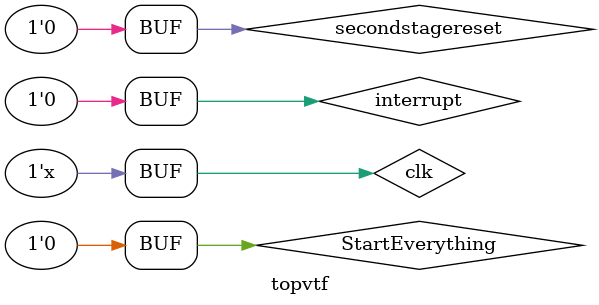
<source format=v>
`timescale 1ns / 1ps


module topvtf;

	// Inputs
	reg StartEverything;
	reg clk;
	reg interrupt;

	// Outputs
	wire [7:0] ACCout;
	wire coutRegout;
	wire zeroRegout;
	wire overflowRegout;
	reg secondstagereset;

	// Instantiate the Unit Under Test (UUT)
	TOP uut (
		.StartEverything(StartEverything), 
		.clk(clk), 
		.interrupt(interrupt), 
		.ACCout(ACCout), 
		.coutRegout(coutRegout), 
		.zeroRegout(zeroRegout), 
		.overflowRegout(overflowRegout),.secondstagereset(secondstagereset)
	);

	initial begin
		// Initialize Inputs
		StartEverything = 0;
		clk = 0;
		interrupt = 0;

		// Wait 100 ns for global reset to finish
		#100;
		StartEverything = 1;
		#30;
		StartEverything = 0;
		#100;
		secondstagereset=1;
		#40;
		secondstagereset=0;
        
		// Add stimulus here

	end
      
	always begin
		#20 clk=~clk;
		end
		
endmodule


</source>
